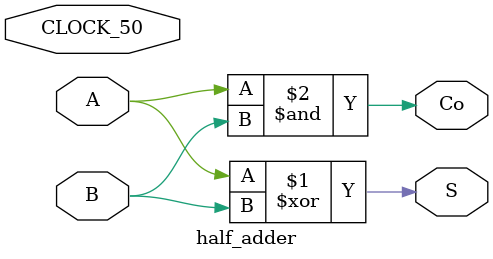
<source format=v>
module half_adder (
    input  wire CLOCK_50,
    input  wire A,
    input  wire B,
    output wire S,
    output wire Co
);

    assign S  = A ^ B;   // soma
    assign Co = A & B;   // carry

endmodule

</source>
